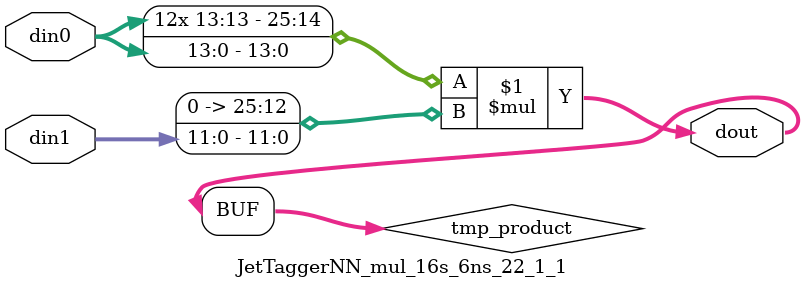
<source format=v>

`timescale 1 ns / 1 ps

  module JetTaggerNN_mul_16s_6ns_22_1_1(din0, din1, dout);
parameter ID = 1;
parameter NUM_STAGE = 0;
parameter din0_WIDTH = 14;
parameter din1_WIDTH = 12;
parameter dout_WIDTH = 26;

input [din0_WIDTH - 1 : 0] din0; 
input [din1_WIDTH - 1 : 0] din1; 
output [dout_WIDTH - 1 : 0] dout;

wire signed [dout_WIDTH - 1 : 0] tmp_product;












assign tmp_product = $signed(din0) * $signed({1'b0, din1});









assign dout = tmp_product;







endmodule

</source>
